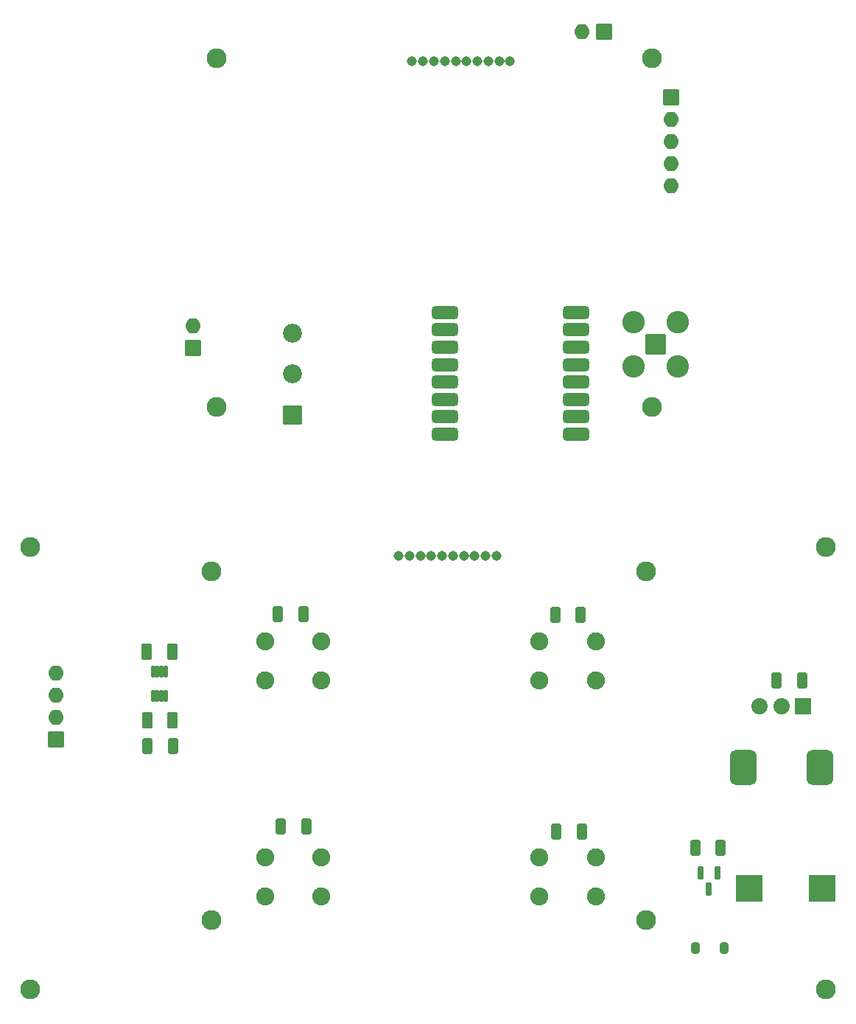
<source format=gbr>
%TF.GenerationSoftware,KiCad,Pcbnew,8.0.6*%
%TF.CreationDate,2025-07-11T21:37:16-04:00*%
%TF.ProjectId,receiver,72656365-6976-4657-922e-6b696361645f,rev?*%
%TF.SameCoordinates,Original*%
%TF.FileFunction,Soldermask,Bot*%
%TF.FilePolarity,Negative*%
%FSLAX46Y46*%
G04 Gerber Fmt 4.6, Leading zero omitted, Abs format (unit mm)*
G04 Created by KiCad (PCBNEW 8.0.6) date 2025-07-11 21:37:16*
%MOMM*%
%LPD*%
G01*
G04 APERTURE LIST*
G04 Aperture macros list*
%AMRoundRect*
0 Rectangle with rounded corners*
0 $1 Rounding radius*
0 $2 $3 $4 $5 $6 $7 $8 $9 X,Y pos of 4 corners*
0 Add a 4 corners polygon primitive as box body*
4,1,4,$2,$3,$4,$5,$6,$7,$8,$9,$2,$3,0*
0 Add four circle primitives for the rounded corners*
1,1,$1+$1,$2,$3*
1,1,$1+$1,$4,$5*
1,1,$1+$1,$6,$7*
1,1,$1+$1,$8,$9*
0 Add four rect primitives between the rounded corners*
20,1,$1+$1,$2,$3,$4,$5,0*
20,1,$1+$1,$4,$5,$6,$7,0*
20,1,$1+$1,$6,$7,$8,$9,0*
20,1,$1+$1,$8,$9,$2,$3,0*%
G04 Aperture macros list end*
%ADD10RoundRect,0.038000X-0.900000X0.900000X-0.900000X-0.900000X0.900000X-0.900000X0.900000X0.900000X0*%
%ADD11C,1.876000*%
%ADD12RoundRect,0.769000X-0.769000X1.269000X-0.769000X-1.269000X0.769000X-1.269000X0.769000X1.269000X0*%
%ADD13C,2.276000*%
%ADD14RoundRect,0.038000X0.850000X0.850000X-0.850000X0.850000X-0.850000X-0.850000X0.850000X-0.850000X0*%
%ADD15O,1.776000X1.776000*%
%ADD16C,2.076000*%
%ADD17C,1.142800*%
%ADD18RoundRect,0.038000X-0.850000X0.850000X-0.850000X-0.850000X0.850000X-0.850000X0.850000X0.850000X0*%
%ADD19RoundRect,0.038000X-0.850000X-0.850000X0.850000X-0.850000X0.850000X0.850000X-0.850000X0.850000X0*%
%ADD20RoundRect,0.206712X-0.981288X0.981288X-0.981288X-0.981288X0.981288X-0.981288X0.981288X0.981288X0*%
%ADD21C,2.576000*%
%ADD22RoundRect,0.038000X1.054100X1.054100X-1.054100X1.054100X-1.054100X-1.054100X1.054100X-1.054100X0*%
%ADD23C,2.184200*%
%ADD24RoundRect,0.038000X1.500000X1.500000X-1.500000X1.500000X-1.500000X-1.500000X1.500000X-1.500000X0*%
%ADD25RoundRect,0.266889X-0.333611X-0.646111X0.333611X-0.646111X0.333611X0.646111X-0.333611X0.646111X0*%
%ADD26RoundRect,0.266889X0.333611X0.646111X-0.333611X0.646111X-0.333611X-0.646111X0.333611X-0.646111X0*%
%ADD27RoundRect,0.266521X-0.346479X-0.671479X0.346479X-0.671479X0.346479X0.671479X-0.346479X0.671479X0*%
%ADD28RoundRect,0.059250X-0.177750X0.602750X-0.177750X-0.602750X0.177750X-0.602750X0.177750X0.602750X0*%
%ADD29RoundRect,0.244000X0.244000X0.394000X-0.244000X0.394000X-0.244000X-0.394000X0.244000X-0.394000X0*%
%ADD30RoundRect,0.169000X-0.169000X0.606500X-0.169000X-0.606500X0.169000X-0.606500X0.169000X0.606500X0*%
%ADD31RoundRect,0.266521X0.346479X0.671479X-0.346479X0.671479X-0.346479X-0.671479X0.346479X-0.671479X0*%
%ADD32RoundRect,0.369000X1.144000X0.369000X-1.144000X0.369000X-1.144000X-0.369000X1.144000X-0.369000X0*%
G04 APERTURE END LIST*
D10*
%TO.C,RV1*%
X198285888Y-118411743D03*
D11*
X195785888Y-118411743D03*
X193285888Y-118411743D03*
D12*
X200185888Y-125411743D03*
X191385888Y-125411743D03*
%TD*%
D13*
%TO.C,HOLES1*%
X130867230Y-43980426D03*
X130867230Y-83980426D03*
X180867230Y-43980426D03*
X180867230Y-83980426D03*
%TD*%
D14*
%TO.C,PWR_J1*%
X128108863Y-77282777D03*
D15*
X128108863Y-74742777D03*
%TD*%
D16*
%TO.C,SW3*%
X136415298Y-135752778D03*
X142915298Y-135752778D03*
X136415298Y-140252778D03*
X142915298Y-140252778D03*
%TD*%
%TO.C,SW1*%
X167921788Y-110941627D03*
X174421788Y-110941627D03*
X167921788Y-115441627D03*
X174421788Y-115441627D03*
%TD*%
D13*
%TO.C,HOLES3*%
X109441750Y-100148492D03*
X109441750Y-150948492D03*
X200881750Y-100148492D03*
X200881750Y-150948492D03*
%TD*%
D17*
%TO.C,IF1*%
X164577829Y-44350546D03*
X163327829Y-44350546D03*
X162077829Y-44350546D03*
X160827829Y-44350546D03*
X159577829Y-44350546D03*
X158327829Y-44350546D03*
X157077829Y-44350546D03*
X155827829Y-44350546D03*
X154577829Y-44350546D03*
X153327829Y-44350546D03*
%TD*%
D16*
%TO.C,SW4*%
X136415298Y-110941627D03*
X142915298Y-110941627D03*
X136415298Y-115441627D03*
X142915298Y-115441627D03*
%TD*%
D18*
%TO.C,J3*%
X175428337Y-40927890D03*
D15*
X172888337Y-40927890D03*
%TD*%
D13*
%TO.C,HOLES2*%
X130230170Y-102915216D03*
X130230170Y-142915216D03*
X180230170Y-102915216D03*
X180230170Y-142915216D03*
%TD*%
D16*
%TO.C,SW2*%
X167921788Y-135752778D03*
X174421788Y-135752778D03*
X167921788Y-140252778D03*
X174421788Y-140252778D03*
%TD*%
D19*
%TO.C,J2*%
X183117816Y-48439839D03*
D15*
X183117816Y-50979839D03*
X183117816Y-53519839D03*
X183117816Y-56059839D03*
X183117816Y-58599839D03*
%TD*%
D20*
%TO.C,J1*%
X181282612Y-76833861D03*
D21*
X183822612Y-74293861D03*
X178742612Y-74293861D03*
X183822612Y-79373861D03*
X178742612Y-79373861D03*
%TD*%
D22*
%TO.C,SW5*%
X139561857Y-84915114D03*
D23*
X139561857Y-80216114D03*
X139561857Y-75517114D03*
%TD*%
D17*
%TO.C,IF2*%
X163018039Y-101157615D03*
X161768039Y-101157615D03*
X160518039Y-101157615D03*
X159268039Y-101157615D03*
X158018039Y-101157615D03*
X156768039Y-101157615D03*
X155518039Y-101157615D03*
X154268039Y-101157615D03*
X153018039Y-101157615D03*
X151768039Y-101157615D03*
%TD*%
D24*
%TO.C,BZ1*%
X200487407Y-139324589D03*
X192087407Y-139324589D03*
%TD*%
D25*
%TO.C,BUT_R3*%
X138244227Y-132163294D03*
X141169227Y-132163294D03*
%TD*%
D26*
%TO.C,BUT_R1*%
X172707257Y-107912404D03*
X169782257Y-107912404D03*
%TD*%
%TO.C,BUZ_R1*%
X198161742Y-115422974D03*
X195236742Y-115422974D03*
%TD*%
D25*
%TO.C,BUT_R4*%
X137888033Y-107853039D03*
X140813033Y-107853039D03*
%TD*%
D27*
%TO.C,LLS_C1*%
X122828004Y-112133987D03*
X125778004Y-112133987D03*
%TD*%
D19*
%TO.C,J4*%
X112415550Y-122238730D03*
D15*
X112415550Y-119698730D03*
X112415550Y-117158730D03*
X112415550Y-114618730D03*
%TD*%
D28*
%TO.C,U5*%
X123532048Y-114438266D03*
X124032048Y-114438266D03*
X124532048Y-114438266D03*
X125032048Y-114438266D03*
X125032048Y-117248266D03*
X124532048Y-117248266D03*
X124032048Y-117248266D03*
X123532048Y-117248266D03*
%TD*%
D29*
%TO.C,BUZ_D1*%
X189192870Y-146127445D03*
X185892870Y-146127445D03*
%TD*%
D30*
%TO.C,Q1*%
X187440594Y-139411476D03*
X186490594Y-137536476D03*
X188390594Y-137536476D03*
%TD*%
D31*
%TO.C,LLS_C2*%
X125805134Y-119987997D03*
X122855134Y-119987997D03*
%TD*%
D26*
%TO.C,LLS_R2*%
X125820556Y-123003474D03*
X122895556Y-123003474D03*
%TD*%
D32*
%TO.C,RF1*%
X172149215Y-73155492D03*
X172149215Y-75155492D03*
X172149215Y-77155492D03*
X172149215Y-79155492D03*
X172149215Y-81155492D03*
X172149215Y-83155492D03*
X172149215Y-85155492D03*
X172149215Y-87155492D03*
X157099215Y-73155492D03*
X157099215Y-75155492D03*
X157099215Y-77155492D03*
X157099215Y-79155492D03*
X157099215Y-81155492D03*
X157099215Y-83155492D03*
X157099215Y-85155492D03*
X157099215Y-87155492D03*
%TD*%
D25*
%TO.C,BUZ_R2*%
X185844786Y-134688525D03*
X188769786Y-134688525D03*
%TD*%
D26*
%TO.C,BUT_R2*%
X172833409Y-132816316D03*
X169908409Y-132816316D03*
%TD*%
M02*

</source>
